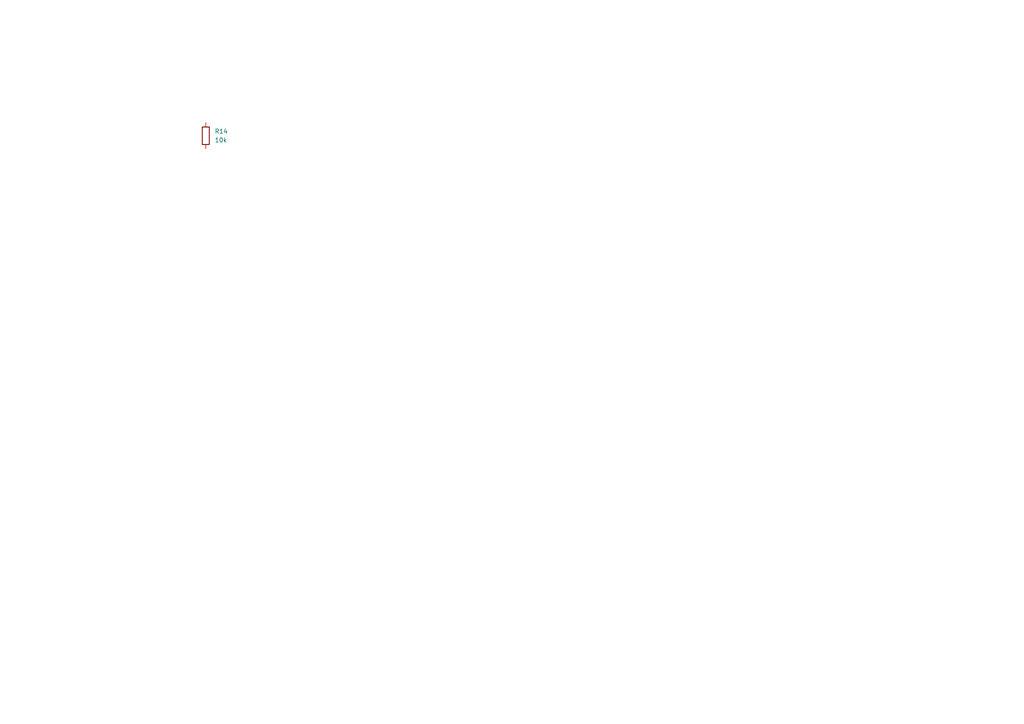
<source format=kicad_sch>
(kicad_sch (version 20250114) (generator "eeschema") (generator_version "9.0")
  (paper "A4")
  (lib_symbols
    (symbol "Device:R" (pin_numbers (hide yes)) (pin_names (offset 0))
      (property "Reference" "R" (at 2.032 0 90))
      (property "Value" "R" (at 0 0 90))
      (symbol "R_0_1"
        (rectangle (start -1.016 -2.54) (end 1.016 2.54) (stroke (width 0.254)))
      )
      (symbol "R_1_1"
        (pin passive line (at 0 3.81 270) (length 1.27) (name "~") (number "1"))
        (pin passive line (at 0 -3.81 90) (length 1.27) (name "~") (number "2"))
      )
    )
  )
  (symbol (lib_id "Device:R") (at 59.69 39.37 0) (unit 1)
    (property "Reference" "R14" (at 62.23 38.0999 0) (effects (justify left)))
    (property "Value" "10k" (at 62.23 40.6399 0) (effects (justify left)))
    (property "Footprint" "Resistor_SMD:R_0201_0603Metric" (effects (hide yes)))
    (property "Description" "Resistor" (effects (hide yes)))
  )
)
</source>
